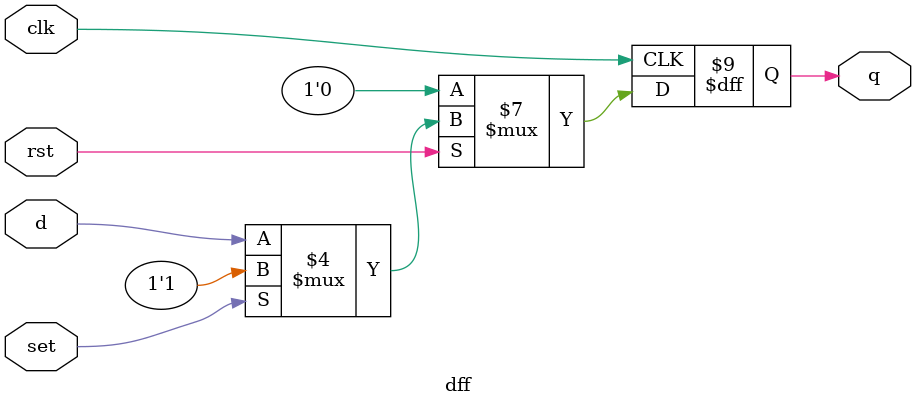
<source format=sv>

module dff ( input d , input clk, input rst, input set, output reg q);
  
  always @( posedge clk) begin 
    if (!rst) 
      q <= 0;
    else if (set)
      q <= 1;
    else 
      q <= d;
  end
endmodule
</source>
